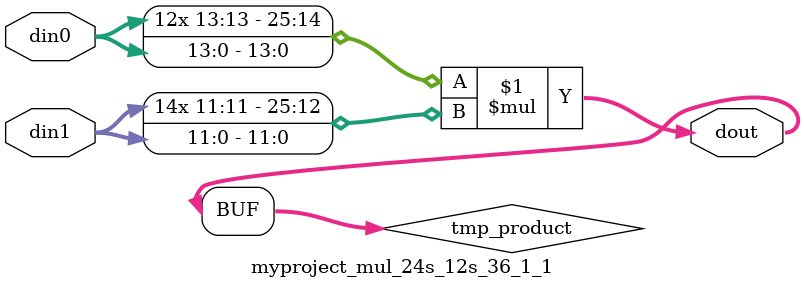
<source format=v>

`timescale 1 ns / 1 ps

  module myproject_mul_24s_12s_36_1_1(din0, din1, dout);
parameter ID = 1;
parameter NUM_STAGE = 0;
parameter din0_WIDTH = 14;
parameter din1_WIDTH = 12;
parameter dout_WIDTH = 26;

input [din0_WIDTH - 1 : 0] din0; 
input [din1_WIDTH - 1 : 0] din1; 
output [dout_WIDTH - 1 : 0] dout;

wire signed [dout_WIDTH - 1 : 0] tmp_product;













assign tmp_product = $signed(din0) * $signed(din1);








assign dout = tmp_product;







endmodule

</source>
